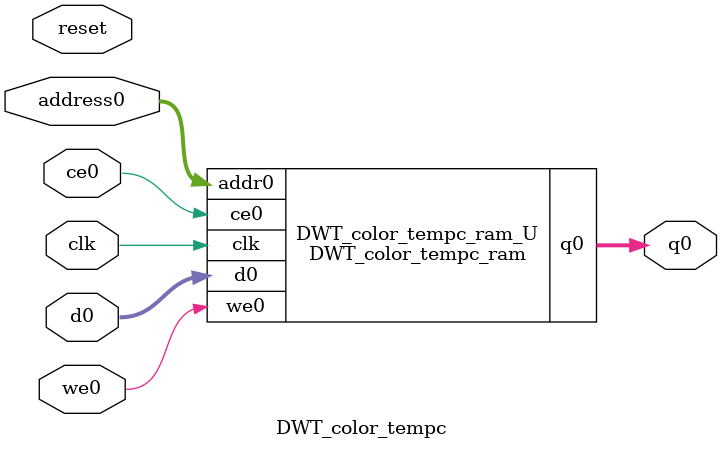
<source format=v>
`timescale 1 ns / 1 ps
module DWT_color_tempc_ram (addr0, ce0, d0, we0, q0,  clk);

parameter DWIDTH = 32;
parameter AWIDTH = 7;
parameter MEM_SIZE = 120;

input[AWIDTH-1:0] addr0;
input ce0;
input[DWIDTH-1:0] d0;
input we0;
output reg[DWIDTH-1:0] q0;
input clk;

(* ram_style = "block" *)reg [DWIDTH-1:0] ram[0:MEM_SIZE-1];




always @(posedge clk)  
begin 
    if (ce0) 
    begin
        if (we0) 
        begin 
            ram[addr0] <= d0; 
        end 
        q0 <= ram[addr0];
    end
end


endmodule

`timescale 1 ns / 1 ps
module DWT_color_tempc(
    reset,
    clk,
    address0,
    ce0,
    we0,
    d0,
    q0);

parameter DataWidth = 32'd32;
parameter AddressRange = 32'd120;
parameter AddressWidth = 32'd7;
input reset;
input clk;
input[AddressWidth - 1:0] address0;
input ce0;
input we0;
input[DataWidth - 1:0] d0;
output[DataWidth - 1:0] q0;



DWT_color_tempc_ram DWT_color_tempc_ram_U(
    .clk( clk ),
    .addr0( address0 ),
    .ce0( ce0 ),
    .we0( we0 ),
    .d0( d0 ),
    .q0( q0 ));

endmodule


</source>
